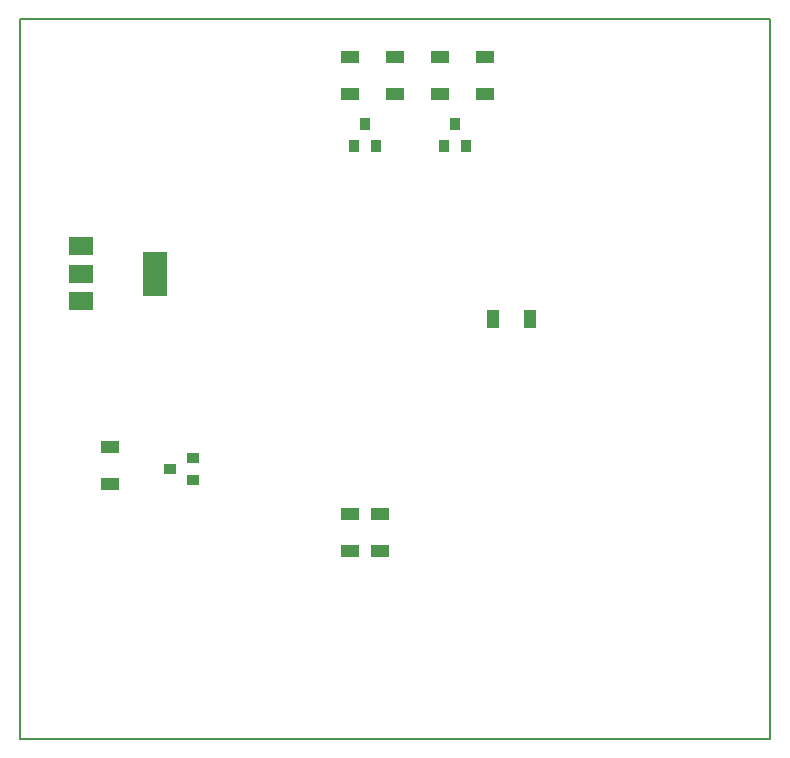
<source format=gbr>
G04 PROTEUS RS274X GERBER FILE*
%FSLAX45Y45*%
%MOMM*%
G01*
%ADD14R,2.032000X1.524000*%
%ADD15R,2.032000X3.810000*%
%ADD19R,1.524000X1.016000*%
%ADD70R,1.016000X0.889000*%
%ADD71R,0.889000X1.016000*%
%ADD20R,1.016000X1.524000*%
%ADD22C,0.203200*%
D14*
X+513080Y-1927860D03*
X+513080Y-2159000D03*
X+513080Y-2390140D03*
D15*
X+1143000Y-2159000D03*
D19*
X+3048000Y-4191000D03*
X+3048000Y-4505960D03*
X+2794000Y-4505960D03*
X+2794000Y-4191000D03*
X+762000Y-3622040D03*
X+762000Y-3937000D03*
D70*
X+1270000Y-3810000D03*
X+1460500Y-3903980D03*
X+1460500Y-3716020D03*
D71*
X+3683000Y-889000D03*
X+3589020Y-1079500D03*
X+3776980Y-1079500D03*
X+2921000Y-889000D03*
X+2827020Y-1079500D03*
X+3014980Y-1079500D03*
D19*
X+3556000Y-635000D03*
X+3556000Y-320040D03*
X+2794000Y-635000D03*
X+2794000Y-320040D03*
X+3937000Y-320040D03*
X+3937000Y-635000D03*
X+3175000Y-320040D03*
X+3175000Y-635000D03*
D20*
X+4318000Y-2540000D03*
X+4003040Y-2540000D03*
D22*
X+0Y-6096000D02*
X+6350000Y-6096000D01*
X+6350000Y+0D01*
X+0Y+0D01*
X+0Y-6096000D01*
M02*

</source>
